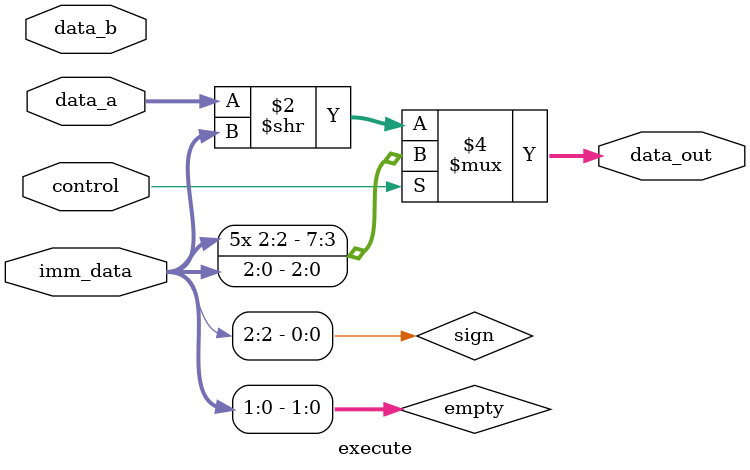
<source format=v>
`timescale 1ns / 1ps


module execute(
    input [7:0] data_a,
    input [7:0] data_b,
	input [2:0] imm_data,
    input control,
    output reg [7:0] data_out
    );
	wire [1:0] empty;
	wire sign;
	assign {sign,empty}=imm_data;
    always @*
    if (control)
	    data_out = {sign,sign,sign,sign,sign,imm_data};
    else
        data_out = data_a >> imm_data;
        
endmodule

</source>
